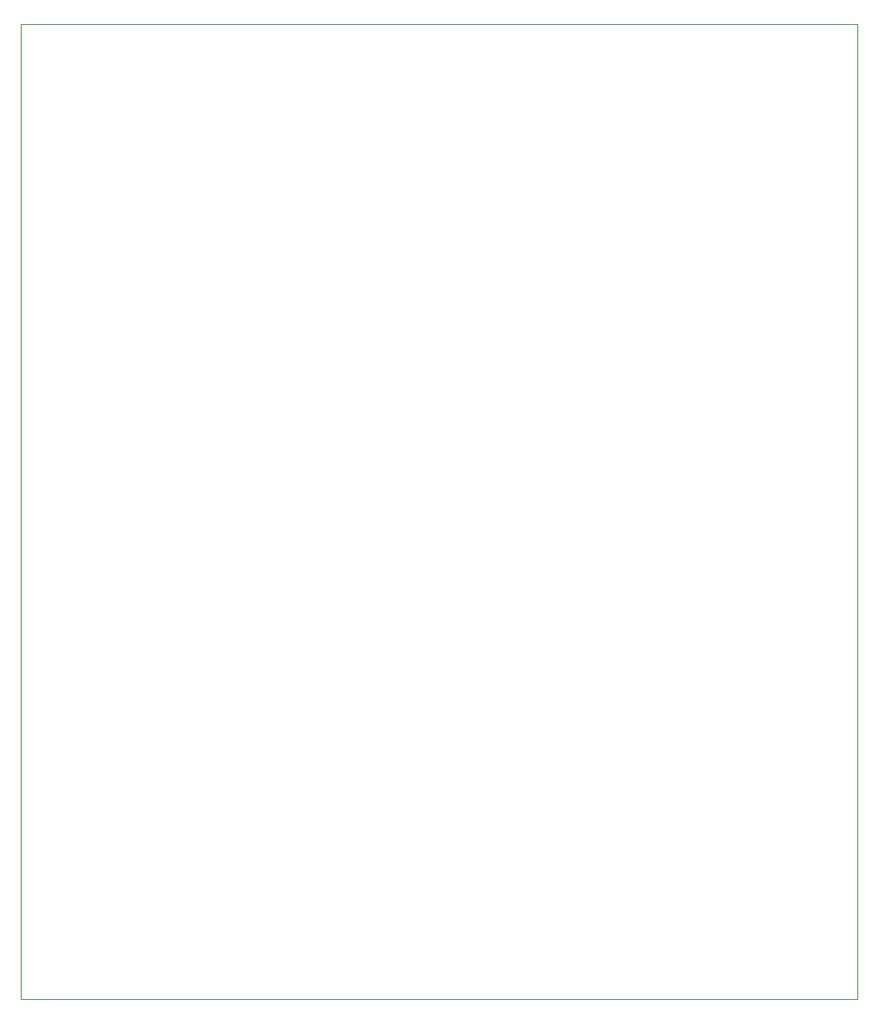
<source format=gbr>
%TF.GenerationSoftware,KiCad,Pcbnew,(5.1.9)-1*%
%TF.CreationDate,2021-03-31T06:49:38+07:00*%
%TF.ProjectId,Rev.1a,5265762e-3161-42e6-9b69-6361645f7063,rev?*%
%TF.SameCoordinates,Original*%
%TF.FileFunction,Profile,NP*%
%FSLAX46Y46*%
G04 Gerber Fmt 4.6, Leading zero omitted, Abs format (unit mm)*
G04 Created by KiCad (PCBNEW (5.1.9)-1) date 2021-03-31 06:49:38*
%MOMM*%
%LPD*%
G01*
G04 APERTURE LIST*
%TA.AperFunction,Profile*%
%ADD10C,0.050000*%
%TD*%
G04 APERTURE END LIST*
D10*
X52070000Y-125730000D02*
X52070000Y-26670000D01*
X137160000Y-125730000D02*
X52070000Y-125730000D01*
X137160000Y-26670000D02*
X137160000Y-125730000D01*
X52070000Y-26670000D02*
X137160000Y-26670000D01*
M02*

</source>
